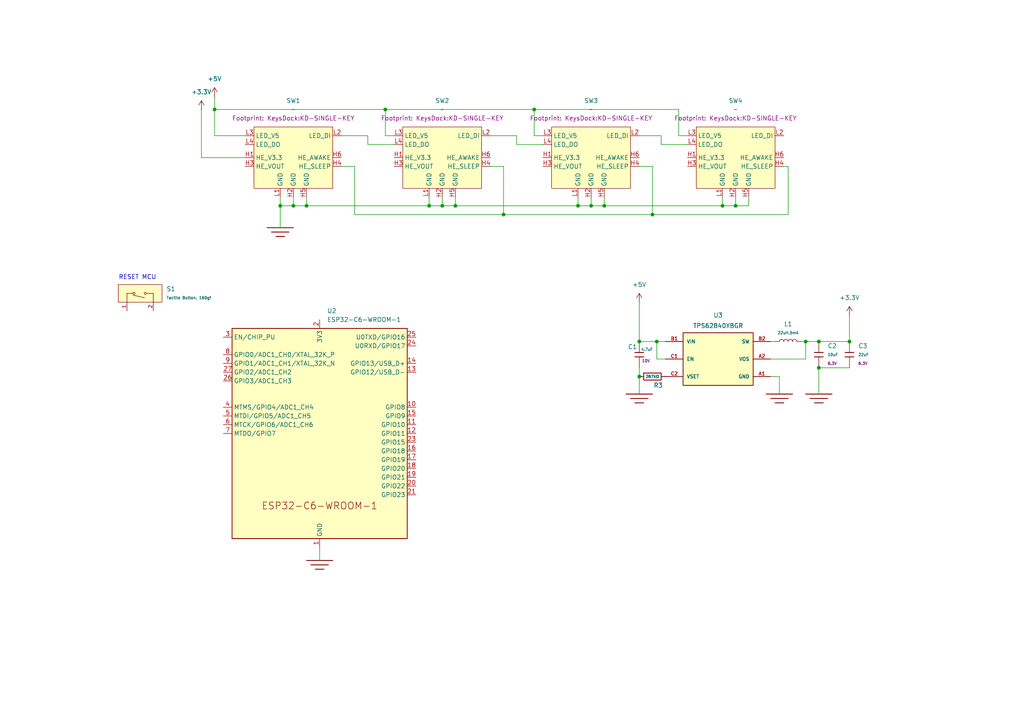
<source format=kicad_sch>
(kicad_sch (version 20250114) (generator "eeschema") (generator_version "9.0")
  (paper "A4")
  (title_block (title "Keys Dock Testpad") (date "2025-11-08") (rev "0.2.1") (company "keys.woooo.tech"))
  (lib_symbols
    (symbol "PCM_Generic:P,E" (power) (pin_numbers (hide yes)) (pin_names (offset 3.81))
      (symbol "P,E_1_1"
        (polyline (pts (xy -3.81 0) (xy 3.81 0)) (stroke (width 0.254)))
        (polyline (pts (xy -2.54 -1.27) (xy 2.54 -1.27)) (stroke (width 0.254)))
        (polyline (pts (xy -1.27 -2.54) (xy 1.27 -2.54)) (stroke (width 0.254)))
        (pin power_in line (at 0 0 0) (length 0) (hide yes) (name "E") (number "0"))
      )
    )
    (symbol "components:0402,10uF" (pin_numbers (hide yes)) (pin_names (offset 0))
      (property "Reference" "C" (at 2.032 1.668 0))
      (property "Value" "10uF" (at 2.032 -0.3782 0))
      (property "Voltage Rated" "6.3V" (at 2.032 -2.0462 0))
      (symbol "0402,10uF_0_1"
        (polyline (pts (xy -1.27 0.635) (xy 1.27 0.635)) (stroke (width 0.254)))
        (polyline (pts (xy -1.27 -0.635) (xy 1.27 -0.635)) (stroke (width 0.254)))
      )
      (symbol "0402,10uF_1_1"
        (pin passive line (at 0 3.81 270) (length 3.175) (name "~") (number "1"))
        (pin passive line (at 0 -3.81 90) (length 3.175) (name "~") (number "2"))
      )
    )
    (symbol "components:0402,267kΩ" (pin_numbers (hide yes)) (pin_names (offset 0))
      (property "Reference" "R" (at 1.778 0 0))
      (property "Value" "267kΩ" (at 0 0 90))
      (symbol "0402,267kΩ_0_1"
        (rectangle (start -1.016 2.54) (end 1.016 -2.54) (stroke (width 0.254)))
      )
      (symbol "0402,267kΩ_1_1"
        (pin passive line (at 0 3.81 270) (length 1.27) (name "~") (number "1"))
        (pin passive line (at 0 -3.81 90) (length 1.27) (name "~") (number "2"))
      )
    )
    (symbol "components:0402,4.7uF" (pin_numbers (hide yes)) (pin_names (offset 0))
      (property "Reference" "C" (at 2.032 1.668 0))
      (property "Value" "4.7uF" (at 2.032 -0.3782 0))
      (property "Voltage Rated" "10V" (at 2.032 -2.0462 0))
      (symbol "0402,4.7uF_0_1"
        (polyline (pts (xy -1.27 0.635) (xy 1.27 0.635)) (stroke (width 0.254)))
        (polyline (pts (xy -1.27 -0.635) (xy 1.27 -0.635)) (stroke (width 0.254)))
      )
      (symbol "0402,4.7uF_1_1"
        (pin passive line (at 0 3.81 270) (length 3.175) (name "~") (number "1"))
        (pin passive line (at 0 -3.81 90) (length 3.175) (name "~") (number "2"))
      )
    )
    (symbol "components:0603,22uF" (pin_numbers (hide yes)) (pin_names (offset 0))
      (property "Reference" "C" (at 2.032 1.668 0))
      (property "Value" "22uF" (at 2.032 -0.3782 0))
      (property "Voltage Rated" "6.3V" (at 2.032 -2.0462 0))
      (symbol "0603,22uF_0_1"
        (polyline (pts (xy -1.27 0.635) (xy 1.27 0.635)) (stroke (width 0.254)))
        (polyline (pts (xy -1.27 -0.635) (xy 1.27 -0.635)) (stroke (width 0.254)))
      )
      (symbol "0603,22uF_1_1"
        (pin passive line (at 0 3.81 270) (length 3.175) (name "~") (number "1"))
        (pin passive line (at 0 -3.81 90) (length 3.175) (name "~") (number "2"))
      )
    )
    (symbol "components:ESP32-C6-WROOM-1"
      (property "Reference" "U" (at -25.4 35.56 0))
      (property "Value" "ESP32-C6-WROOM-1" (at -25.4 33.02 0))
      (symbol "ESP32-C6-WROOM-1_0_0"
        (text "ESP32-C6-WROOM-1" (at 0 -20.955 0) (effects (font (size 2 2))))
      )
      (symbol "ESP32-C6-WROOM-1_0_1"
        (rectangle (start -25.4 30.48) (end 25.4 -30.48) (stroke (width 0.254)) (fill (type background)))
      )
      (symbol "ESP32-C6-WROOM-1_1_1"
        (pin input line (at -27.94 27.94 0) (length 2.54) (name "EN/CHIP_PU") (number "3"))
        (pin bidirectional line (at -27.94 22.86 0) (length 2.54) (name "GPIO0/ADC1_CH0/XTAL_32K_P") (number "8"))
        (pin bidirectional line (at -27.94 20.32 0) (length 2.54) (name "GPIO1/ADC1_CH1/XTAL_32K_N") (number "9"))
        (pin bidirectional line (at -27.94 17.78 0) (length 2.54) (name "GPIO2/ADC1_CH2") (number "27"))
        (pin bidirectional line (at -27.94 15.24 0) (length 2.54) (name "GPIO3/ADC1_CH3") (number "26"))
        (pin bidirectional line (at -27.94 7.62 0) (length 2.54) (name "MTMS/GPIO4/ADC1_CH4") (number "4"))
        (pin bidirectional line (at -27.94 5.08 0) (length 2.54) (name "MTDI/GPIO5/ADC1_CH5") (number "5"))
        (pin bidirectional line (at -27.94 2.54 0) (length 2.54) (name "MTCK/GPIO6/ADC1_CH6") (number "6"))
        (pin bidirectional line (at -27.94 0 0) (length 2.54) (name "MTDO/GPIO7") (number "7"))
        (pin no_connect line (at -25.4 -12.7 0) (length 2.54) (hide yes) (name "NC") (number "22"))
        (pin power_in line (at 0 33.02 270) (length 2.54) (name "3V3") (number "2"))
        (pin power_in line (at 0 -33.02 90) (length 2.54) (name "GND") (number "1"))
        (pin passive line (at 0 -33.02 90) (length 2.54) (hide yes) (name "GND") (number "28"))
        (pin passive line (at 0 -33.02 90) (length 2.54) (hide yes) (name "GND") (number "29"))
        (pin bidirectional line (at 27.94 27.94 180) (length 2.54) (name "U0TXD/GPIO16") (number "25"))
        (pin bidirectional line (at 27.94 25.4 180) (length 2.54) (name "U0RXD/GPIO17") (number "24"))
        (pin bidirectional line (at 27.94 20.32 180) (length 2.54) (name "GPIO13/USB_D+") (number "14"))
        (pin bidirectional line (at 27.94 17.78 180) (length 2.54) (name "GPIO12/USB_D-") (number "13"))
        (pin bidirectional line (at 27.94 7.62 180) (length 2.54) (name "GPIO8") (number "10"))
        (pin bidirectional line (at 27.94 5.08 180) (length 2.54) (name "GPIO9") (number "15"))
        (pin bidirectional line (at 27.94 2.54 180) (length 2.54) (name "GPIO10") (number "11"))
        (pin bidirectional line (at 27.94 0 180) (length 2.54) (name "GPIO11") (number "12"))
        (pin bidirectional line (at 27.94 -2.54 180) (length 2.54) (name "GPIO15") (number "23"))
        (pin bidirectional line (at 27.94 -5.08 180) (length 2.54) (name "GPIO18") (number "16"))
        (pin bidirectional line (at 27.94 -7.62 180) (length 2.54) (name "GPIO19") (number "17"))
        (pin bidirectional line (at 27.94 -10.16 180) (length 2.54) (name "GPIO20") (number "18"))
        (pin bidirectional line (at 27.94 -12.7 180) (length 2.54) (name "GPIO21") (number "19"))
        (pin bidirectional line (at 27.94 -15.24 180) (length 2.54) (name "GPIO22") (number "20"))
        (pin bidirectional line (at 27.94 -17.78 180) (length 2.54) (name "GPIO23") (number "21"))
      )
    )
    (symbol "components:FTC252012S2R2MBCA" (pin_numbers (hide yes)) (pin_names (offset 0))
      (property "Reference" "L" (at 1.2673 0.834 0))
      (property "Value" "22uH,5mA" (at 1.2673 -1.2122 0))
      (symbol "FTC252012S2R2MBCA_0_1"
        (arc (start 0 2.54) (mid 0.6323 1.905) (end 0 1.27))
        (arc (start 0 1.27) (mid 0.6323 0.635) (end 0 0))
        (arc (start 0 0) (mid 0.6323 -0.635) (end 0 -1.27))
        (arc (start 0 -1.27) (mid 0.6323 -1.905) (end 0 -2.54))
      )
      (symbol "FTC252012S2R2MBCA_1_1"
        (pin passive line (at 0 3.81 270) (length 1.27) (name "~") (number "1"))
        (pin passive line (at 0 -3.81 90) (length 1.27) (name "~") (number "2"))
      )
    )
    (symbol "components:KD_SINGLE_KEY"
      (property "Reference" "SW" (at 0 12.446 0))
      (property "Footprint" "KeysDock:KD-SINGLE-KEY" (at 1.27 10.414 0) (show_name))
      (symbol "KD_SINGLE_KEY_1_1"
        (rectangle (start -11.43 8.89) (end 11.43 -8.89) (fill (type background)))
        (pin power_in line (at -13.97 6.35 0) (length 2.54) (name "LED_V5") (number "L3"))
        (pin output line (at -13.97 3.81 0) (length 2.54) (name "LED_DO") (number "L4"))
        (pin power_in line (at -13.97 0 0) (length 2.54) (name "HE_V3.3") (number "H1"))
        (pin output line (at -13.97 -2.54 0) (length 2.54) (name "HE_VOUT") (number "H3"))
        (pin power_in line (at -3.81 -11.43 90) (length 2.54) (name "GND") (number "L1"))
        (pin power_in line (at 0 -11.43 90) (length 2.54) (name "GND") (number "H2"))
        (pin power_in line (at 3.81 -11.43 90) (length 2.54) (name "GND") (number "H5"))
        (pin input line (at 13.97 6.35 180) (length 2.54) (name "LED_DI") (number "L2"))
        (pin output line (at 13.97 0 180) (length 2.54) (name "HE_AWAKE") (number "H6"))
        (pin input line (at 13.97 -2.54 180) (length 2.54) (name "HE_SLEEP") (number "H4"))
      )
    )
    (symbol "components:TPS62840YBGR" (pin_names (offset 1.016))
      (property "Reference" "U" (at -10.16 8.382 0))
      (property "Value" "TPS62840YBGR" (at -10.16 -10.16 0))
      (symbol "TPS62840YBGR_0_0"
        (rectangle (start -10.16 -7.62) (end 10.16 7.62) (stroke (width 0.254)) (fill (type background)))
        (pin input line (at -15.24 5.08 0) (length 5.08) (name "VIN") (number "B1"))
        (pin input line (at -15.24 0 0) (length 5.08) (name "EN") (number "C1"))
        (pin input line (at -15.24 -5.08 0) (length 5.08) (name "VSET") (number "C2"))
        (pin passive line (at 15.24 5.08 180) (length 5.08) (name "SW") (number "B2"))
        (pin input line (at 15.24 0 180) (length 5.08) (name "VOS") (number "A2"))
        (pin power_in line (at 15.24 -5.08 180) (length 5.08) (name "GND") (number "A1"))
      )
    )
    (symbol "components:Tactile Button, 160gf, 12V, 50mA, 4.0mm" (pin_names (hide yes))
      (property "Reference" "S" (at 0 1.27 0))
      (property "Value" "Tactile Button, 160gf" (at 0 -8.89 0))
      (symbol "Tactile Button, 160gf, 12V, 50mA, 4.0mm_0_1"
        (polyline (pts (xy -2.54 2.54) (xy 0 2.54)))
        (polyline (pts (xy -2.54 -5.08) (xy 0 -5.08)))
        (polyline (pts (xy -0.508 0.762) (xy -1.27 -2.54)))
        (polyline (pts (xy 0 0.762) (xy 0 2.54)))
        (circle (center 0 0.508) (radius 0.3175) (fill (type background)))
        (circle (center 0 -2.794) (radius 0.3175) (fill (type background)))
        (polyline (pts (xy 0 -3.302) (xy 0 -5.08)))
        (pin unspecified line (at -5.08 2.54 0) (length 2.54) (name "A") (number "1"))
        (pin unspecified line (at -5.08 -5.08 0) (length 2.54) (name "B") (number "2"))
      )
      (symbol "Tactile Button, 160gf, 12V, 50mA, 4.0mm_1_1"
        (rectangle (start -2.54 5.08) (end 2.54 -7.62) (fill (type background)))
      )
    )
    (symbol "power:+3.3V" (power) (pin_numbers (hide yes)) (pin_names (offset 0) (hide yes))
      (property "Value" "+3.3V" (at 0 3.556 0))
      (symbol "+3.3V_0_1"
        (polyline (pts (xy -0.762 1.27) (xy 0 2.54)))
        (polyline (pts (xy 0 2.54) (xy 0.762 1.27)))
        (polyline (pts (xy 0 0) (xy 0 2.54)))
      )
      (symbol "+3.3V_1_1"
        (pin power_in line (at 0 0 90) (length 0) (name "~") (number "1"))
      )
    )
    (symbol "power:+5V" (power) (pin_numbers (hide yes)) (pin_names (offset 0) (hide yes))
      (property "Value" "+5V" (at 0 3.556 0))
      (symbol "+5V_0_1"
        (polyline (pts (xy -0.762 1.27) (xy 0 2.54)))
        (polyline (pts (xy 0 2.54) (xy 0.762 1.27)))
        (polyline (pts (xy 0 0) (xy 0 2.54)))
      )
      (symbol "+5V_1_1"
        (pin power_in line (at 0 0 90) (length 0) (name "~") (number "1"))
      )
    )
  )
  (text "RESET MCU\n" (at 39.878 80.518 0) (effects (font (size 1.27 1.27))))
  (junction (at 62.23 31.75))
  (junction (at 88.9 59.69))
  (junction (at 124.46 59.69))
  (junction (at 233.68 99.06))
  (junction (at 185.42 109.22))
  (junction (at 111.76 31.75))
  (junction (at 167.64 59.69))
  (junction (at 213.36 59.69))
  (junction (at 132.08 59.69))
  (junction (at 146.05 62.23))
  (junction (at 237.49 99.06))
  (junction (at 175.26 59.69))
  (junction (at 171.45 59.69))
  (junction (at 185.42 99.06))
  (junction (at 85.09 59.69))
  (junction (at 237.49 106.68))
  (junction (at 246.38 99.06))
  (junction (at 209.55 59.69))
  (junction (at 81.28 59.69))
  (junction (at 190.5 99.06))
  (junction (at 128.27 59.69))
  (junction (at 189.23 62.23))
  (junction (at 154.94 31.75))
  (wire (pts (xy 106.68 39.37) (xy 106.68 41.91)))
  (wire (pts (xy 149.86 41.91) (xy 157.48 41.91)))
  (wire (pts (xy 237.49 99.06) (xy 246.38 99.06)))
  (wire (pts (xy 132.08 59.69) (xy 167.64 59.69)))
  (wire (pts (xy 185.42 109.22) (xy 185.42 114.3)))
  (wire (pts (xy 190.5 99.06) (xy 193.04 99.06)))
  (wire (pts (xy 233.68 99.06) (xy 237.49 99.06)))
  (wire (pts (xy 62.23 39.37) (xy 71.12 39.37)))
  (wire (pts (xy 102.87 62.23) (xy 146.05 62.23)))
  (wire (pts (xy 223.52 104.14) (xy 233.68 104.14)))
  (wire (pts (xy 81.28 59.69) (xy 85.09 59.69)))
  (wire (pts (xy 85.09 59.69) (xy 88.9 59.69)))
  (wire (pts (xy 154.94 31.75) (xy 111.76 31.75)))
  (wire (pts (xy 175.26 57.15) (xy 175.26 59.69)))
  (wire (pts (xy 209.55 57.15) (xy 209.55 59.69)))
  (wire (pts (xy 191.77 41.91) (xy 199.39 41.91)))
  (wire (pts (xy 167.64 57.15) (xy 167.64 59.69)))
  (wire (pts (xy 132.08 57.15) (xy 132.08 59.69)))
  (wire (pts (xy 213.36 59.69) (xy 217.17 59.69)))
  (wire (pts (xy 193.04 104.14) (xy 190.5 104.14)))
  (wire (pts (xy 85.09 57.15) (xy 85.09 59.69)))
  (wire (pts (xy 146.05 62.23) (xy 189.23 62.23)))
  (wire (pts (xy 246.38 106.68) (xy 237.49 106.68)))
  (wire (pts (xy 223.52 99.06) (xy 224.79 99.06)))
  (wire (pts (xy 233.68 104.14) (xy 233.68 99.06)))
  (wire (pts (xy 246.38 91.44) (xy 246.38 99.06)))
  (wire (pts (xy 175.26 59.69) (xy 209.55 59.69)))
  (wire (pts (xy 88.9 59.69) (xy 124.46 59.69)))
  (wire (pts (xy 124.46 59.69) (xy 128.27 59.69)))
  (wire (pts (xy 185.42 106.68) (xy 185.42 109.22)))
  (wire (pts (xy 62.23 27.94) (xy 62.23 31.75)))
  (wire (pts (xy 58.42 31.75) (xy 58.42 45.72)))
  (wire (pts (xy 58.42 45.72) (xy 71.12 45.72)))
  (wire (pts (xy 228.6 48.26) (xy 228.6 62.23)))
  (wire (pts (xy 217.17 59.69) (xy 217.17 57.15)))
  (wire (pts (xy 92.71 158.75) (xy 92.71 162.56)))
  (wire (pts (xy 62.23 31.75) (xy 62.23 39.37)))
  (wire (pts (xy 81.28 59.69) (xy 81.28 66.04)))
  (wire (pts (xy 111.76 39.37) (xy 111.76 31.75)))
  (wire (pts (xy 106.68 41.91) (xy 114.3 41.91)))
  (wire (pts (xy 227.33 48.26) (xy 228.6 48.26)))
  (wire (pts (xy 226.06 109.22) (xy 226.06 114.3)))
  (wire (pts (xy 167.64 59.69) (xy 171.45 59.69)))
  (wire (pts (xy 157.48 39.37) (xy 154.94 39.37)))
  (wire (pts (xy 99.06 39.37) (xy 106.68 39.37)))
  (wire (pts (xy 99.06 48.26) (xy 102.87 48.26)))
  (wire (pts (xy 124.46 57.15) (xy 124.46 59.69)))
  (wire (pts (xy 128.27 57.15) (xy 128.27 59.69)))
  (wire (pts (xy 171.45 59.69) (xy 175.26 59.69)))
  (wire (pts (xy 237.49 106.68) (xy 237.49 114.3)))
  (wire (pts (xy 189.23 62.23) (xy 228.6 62.23)))
  (wire (pts (xy 142.24 48.26) (xy 146.05 48.26)))
  (wire (pts (xy 146.05 48.26) (xy 146.05 62.23)))
  (wire (pts (xy 149.86 39.37) (xy 149.86 41.91)))
  (wire (pts (xy 154.94 31.75) (xy 196.85 31.75)))
  (wire (pts (xy 142.24 39.37) (xy 149.86 39.37)))
  (wire (pts (xy 185.42 99.06) (xy 190.5 99.06)))
  (wire (pts (xy 196.85 39.37) (xy 196.85 31.75)))
  (wire (pts (xy 102.87 48.26) (xy 102.87 62.23)))
  (wire (pts (xy 209.55 59.69) (xy 213.36 59.69)))
  (wire (pts (xy 111.76 31.75) (xy 62.23 31.75)))
  (wire (pts (xy 191.77 39.37) (xy 191.77 41.91)))
  (wire (pts (xy 171.45 57.15) (xy 171.45 59.69)))
  (wire (pts (xy 114.3 39.37) (xy 111.76 39.37)))
  (wire (pts (xy 226.06 109.22) (xy 223.52 109.22)))
  (wire (pts (xy 232.41 99.06) (xy 233.68 99.06)))
  (wire (pts (xy 81.28 57.15) (xy 81.28 59.69)))
  (wire (pts (xy 128.27 59.69) (xy 132.08 59.69)))
  (wire (pts (xy 213.36 57.15) (xy 213.36 59.69)))
  (wire (pts (xy 185.42 48.26) (xy 189.23 48.26)))
  (wire (pts (xy 185.42 87.63) (xy 185.42 99.06)))
  (wire (pts (xy 185.42 39.37) (xy 191.77 39.37)))
  (wire (pts (xy 154.94 39.37) (xy 154.94 31.75)))
  (wire (pts (xy 190.5 104.14) (xy 190.5 99.06)))
  (wire (pts (xy 88.9 57.15) (xy 88.9 59.69)))
  (wire (pts (xy 199.39 39.37) (xy 196.85 39.37)))
  (wire (pts (xy 189.23 48.26) (xy 189.23 62.23)))
  (symbol (lib_id "components:KD_SINGLE_KEY") (at 85.09 45.72 0) (unit 1)
    (property "Reference" "SW1" (at 85.09 29.21 0))
    (property "Value" "~" (at 85.09 31.75 0))
    (property "Footprint" "KeysDock:KD-SINGLE-KEY" (at 85.09 34.29 0) (show_name yes))
  )
  (symbol (lib_id "components:KD_SINGLE_KEY") (at 128.27 45.72 0) (unit 1)
    (property "Reference" "SW2" (at 128.27 29.21 0))
    (property "Value" "~" (at 128.27 31.75 0))
    (property "Footprint" "KeysDock:KD-SINGLE-KEY" (at 128.27 34.29 0) (show_name yes))
  )
  (symbol (lib_id "components:ESP32-C6-WROOM-1") (at 92.71 125.73 0) (unit 1)
    (property "Reference" "U2" (at 94.8533 90.17 0) (effects (justify left)))
    (property "Value" "ESP32-C6-WROOM-1" (at 94.8533 92.71 0) (effects (justify left)))
    (property "Footprint" "PCM_Espressif:ESP32-C6-WROOM-1" (effects (hide yes)))
    (property "Datasheet" "https://www.espressif.com/sites/default/files/documentation/esp32-c6-wroom-1_wroom-1u_datasheet_en.pdf" (effects (hide yes)))
    (property "Description" "ESP32-C6-WROOM-1/U is a module that supports 2.4 GHz Wi-Fi 6 (802.11 ax), Bluetooth® 5 (LE), Zigbee and Thread (802.15.4)" (effects (hide yes)))
  )
  (symbol (lib_id "PCM_Generic:P,E") (at 237.49 114.3 0) (unit 1)
    (property "Reference" "#PWR06" (effects (hide yes)))
    (property "Value" "GND" (effects (hide yes)))
    (property "Description" "earth/ground/earthing/grounding (E)" (effects (hide yes)))
  )
  (symbol (lib_id "PCM_Generic:P,E") (at 185.42 114.3 0) (unit 1)
    (property "Reference" "#PWR07" (effects (hide yes)))
    (property "Value" "GND" (effects (hide yes)))
    (property "Description" "earth/ground/earthing/grounding (E)" (effects (hide yes)))
  )
  (symbol (lib_id "power:+3.3V") (at 246.38 91.44 0) (unit 1)
    (property "Reference" "#PWR05" (effects (hide yes)))
    (property "Value" "+3.3V" (at 246.38 86.36 0))
    (property "Description" "Power symbol creates a global label with name \"+3.3V\"" (effects (hide yes)))
  )
  (symbol (lib_id "PCM_Generic:P,E") (at 92.71 162.56 0) (unit 1)
    (property "Reference" "#PWR04" (effects (hide yes)))
    (property "Value" "GND" (effects (hide yes)))
    (property "Description" "earth/ground/earthing/grounding (E)" (effects (hide yes)))
  )
  (symbol (lib_id "components:KD_SINGLE_KEY") (at 171.45 45.72 0) (unit 1)
    (property "Reference" "SW3" (at 171.45 29.21 0))
    (property "Value" "~" (at 171.45 31.75 0))
    (property "Footprint" "KeysDock:KD-SINGLE-KEY" (at 171.45 34.29 0) (show_name yes))
  )
  (symbol (lib_id "components:FTC252012S2R2MBCA") (at 228.6 99.06 90) (unit 1)
    (property "Reference" "L1" (at 228.6 93.98 90))
    (property "Value" "22uH,5mA" (at 228.6 96.52 90) (effects (font (size 0.8 0.8))))
    (property "Footprint" "KeysDock:IND-SMD_L2.5-W2.0_MHCHL2520" (effects (hide yes)))
    (property "Datasheet" "https://item.szlcsc.com/datasheet/FTC252012S2R2MBCA/6763492.html" (effects (hide yes)))
    (property "Description" "3A 2.2uH ±20% 3.8A 55mΩ 1008 Fixed Inductors RoHS" (effects (hide yes)))
    (property "LCSC" "C5832372" (effects (hide yes)))
    (property "Stock" "515880" (effects (hide yes)))
    (property "Price" "0.0806USD" (effects (hide yes)))
    (property "Process" "SMT" (effects (hide yes)))
    (property "Minimum Qty" "20" (effects (hide yes)))
    (property "Attrition Qty" "8" (effects (hide yes)))
    (property "Class" "Preferred Component" (effects (hide yes)))
    (property "Category" "Inductors/Coils/Transformers,Inductors (SMD)" (effects (hide yes)))
    (property "Manufacturer" "cjiang" (effects (hide yes)))
    (property "Part" "FTC252012S2R2MBCA" (effects (hide yes)))
    (property "Inductance" "22uH" (effects (hide yes)))
    (property "Tolerance" "±20%" (effects (hide yes)))
    (property "Rated Current" "3.8A" (effects (hide yes)))
    (property "DC Resistance (DCR)" "55mΩ" (effects (hide yes)))
  )
  (symbol (lib_id "PCM_Generic:P,E") (at 81.28 66.04 0) (unit 1)
    (property "Reference" "#PWR08" (effects (hide yes)))
    (property "Value" "GND" (effects (hide yes)))
    (property "Description" "earth/ground/earthing/grounding (E)" (effects (hide yes)))
  )
  (symbol (lib_id "components:0402,267kΩ") (at 189.23 109.22 90) (unit 1)
    (property "Reference" "R3" (at 192.278 111.76 90) (effects (justify left)))
    (property "Value" "267kΩ" (at 189.23 109.22 90) (effects (font (size 0.8 0.8))))
    (property "Footprint" "KeysDock:R_0402" (effects (hide yes)))
    (property "Datasheet" "https://item.szlcsc.com/datasheet/FRC0402F2673TS/3471408.html" (effects (hide yes)))
    (property "Description" "62.5mW 267kΩ 50V ±100ppm/℃ Thick Film Resistor ±1% 0402 Chip Resistor - Surface Mount RoHS" (effects (hide yes)))
    (property "LCSC" "C2998050" (effects (hide yes)))
    (property "Stock" "31700" (effects (hide yes)))
    (property "Price" "0.05USD" (effects (hide yes)))
    (property "Process" "SMT" (effects (hide yes)))
    (property "Minimum Qty" "20" (effects (hide yes)))
    (property "Attrition Qty" "10" (effects (hide yes)))
    (property "Class" "Basic Component" (effects (hide yes)))
    (property "Category" "Resistors,Chip Resistor - Surface Mount" (effects (hide yes)))
    (property "Manufacturer" "FOJAN" (effects (hide yes)))
    (property "Part" "FRC0402F2673TS" (effects (hide yes)))
    (property "Resistance" "267kΩ" (effects (hide yes)))
    (property "Power(Watts)" "62.5mW" (effects (hide yes)))
    (property "Type" "Thick Film Resistors" (effects (hide yes)))
    (property "Overload Voltage (Max)" "50V" (effects (hide yes)))
    (property "Operating Temperature Range" "-55°C~+155°C" (effects (hide yes)))
    (property "Tolerance" "±1%" (effects (hide yes)))
    (property "Temperature Coefficient" "±100ppm/°C" (effects (hide yes)))
  )
  (symbol (lib_id "components:TPS62840YBGR") (at 208.28 104.14 0) (unit 1)
    (property "Reference" "U3" (at 208.28 91.44 0))
    (property "Value" "TPS62840YBGR" (at 208.28 94.488 0))
    (property "Footprint" "KeysDock:BGA6N40P3X2_146X96X50N" (effects (hide yes)))
    (property "Datasheet" "https://www.ti.com/lit/ds/symlink/tps62843.pdf" (effects (hide yes)))
    (property "Description" "600mA Step-Down Converter with DCS-Control, ultra-low Iq, 1.8-5.5 Vin, 0.4-0.8 Vout, SOT-563" (effects (hide yes)))
    (property "B_NOM" "0.25" (effects (hide yes)))
    (property "PIN_COUNT_D" "3.0" (effects (hide yes)))
    (property "Check_prices" "https://www.snapeda.com/parts/TPS62840YBGR/Texas+Instruments/view-part/?ref=eda" (effects (hide yes)))
    (property "Description_1" "60-nA quiescent current (IQ), 1.8-V to 6.5-VIN, high-efficiency 750-mA step-down converter" (effects (hide yes)))
    (property "Price" "None" (effects (hide yes)))
    (property "ENOM" "0.4" (effects (hide yes)))
    (property "COURTYARD_EXCESS" "1.0" (effects (hide yes)))
    (property "D_NOM" "1.468" (effects (hide yes)))
    (property "D_MAX" "1.468" (effects (hide yes)))
    (property "A_MAX" "0.5" (effects (hide yes)))
    (property "ALPHA_ROWS" "True" (effects (hide yes)))
    (property "Package" "None" (effects (hide yes)))
    (property "A_NOM" "0.5" (effects (hide yes)))
    (property "A_MIN" "0.5" (effects (hide yes)))
    (property "STANDARD" "IPC 7351B" (effects (hide yes)))
    (property "PARTREV" "D" (effects (hide yes)))
    (property "DNOM" "0.4" (effects (hide yes)))
    (property "SnapEDA_Link" "https://www.snapeda.com/parts/TPS62840YBGR/Texas+Instruments/view-part/?ref=snap" (effects (hide yes)))
    (property "E_NOM" "0.968" (effects (hide yes)))
    (property "MANUFACTURER" "Texas Instruments" (effects (hide yes)))
    (property "MF" "Texas Instruments" (effects (hide yes)))
    (property "COLLAPSING_BALL" "False" (effects (hide yes)))
    (property "PIN_COUNT_E" "2.0" (effects (hide yes)))
    (property "E_MIN" "0.968" (effects (hide yes)))
    (property "D_MIN" "1.468" (effects (hide yes)))
    (property "MP" "TPS62840YBGR" (effects (hide yes)))
    (property "Availability" "In Stock" (effects (hide yes)))
    (property "E_MAX" "0.968" (effects (hide yes)))
  )
  (symbol (lib_id "components:KD_SINGLE_KEY") (at 213.36 45.72 0) (unit 1)
    (property "Reference" "SW4" (at 213.36 29.21 0))
    (property "Value" "~" (at 213.36 31.75 0))
    (property "Footprint" "KeysDock:KD-SINGLE-KEY" (at 213.36 34.29 0) (show_name yes))
  )
  (symbol (lib_id "components:0402,4.7uF") (at 185.42 102.87 0) (unit 1)
    (property "Reference" "C1" (at 182.118 100.584 0) (effects (justify left)))
    (property "Value" "4.7uF" (at 185.928 101.346 0) (effects (font (size 0.8 0.8)) (justify left)))
    (property "Footprint" "KeysDock:C_0402" (effects (hide yes)))
    (property "Datasheet" "https://www.lcsc.com/datasheet/lcsc_datasheet_2304140030_Samsung-Electro-Mechanics-CL05A475MP5NRNC_C23733.pdf" (effects (hide yes)))
    (property "Description" "10V 4.7uF X5R ±20% 0402 Multilayer Ceramic Capacitors MLCC - SMD/SMT ROHS" (effects (hide yes)))
    (property "LCSC" "C23733" (effects (hide yes)))
    (property "Stock" "4366811" (effects (hide yes)))
    (property "Price" "0.008USD" (effects (hide yes)))
    (property "Process" "SMT" (effects (hide yes)))
    (property "Minimum Qty" "20" (effects (hide yes)))
    (property "Attrition Qty" "10" (effects (hide yes)))
    (property "Class" "Basic Component" (effects (hide yes)))
    (property "Category" "Capacitors,Multilayer Ceramic Capacitors MLCC - SMD/SMT" (effects (hide yes)))
    (property "Manufacturer" "Samsung Electro-Mechanics" (effects (hide yes)))
    (property "Part" "CL05A475MP5NRNC" (effects (hide yes)))
    (property "Voltage Rated" "10V" (at 186.182 104.648 0) (effects (font (size 0.8 0.8)) (justify left)))
    (property "Tolerance" "±20%" (effects (hide yes)))
    (property "Capacitance" "4.7uF" (effects (hide yes)))
    (property "Temperature Coefficient" "X5R" (effects (hide yes)))
  )
  (symbol (lib_id "power:+5V") (at 62.23 27.94 0) (unit 1)
    (property "Reference" "#PWR01" (effects (hide yes)))
    (property "Value" "+5V" (at 62.23 22.86 0))
    (property "Description" "Power symbol creates a global label with name \"+5V\"" (effects (hide yes)))
  )
  (symbol (lib_id "components:0402,10uF") (at 237.49 102.87 0) (unit 1)
    (property "Reference" "C2" (at 240.03 100.3299 0) (effects (justify left)))
    (property "Value" "10uF" (at 240.03 102.87 0) (effects (font (size 0.8 0.8)) (justify left)))
    (property "Footprint" "KeysDock:C_0402" (effects (hide yes)))
    (property "Datasheet" "https://www.lcsc.com/datasheet/lcsc_datasheet_2208231630_Samsung-Electro-Mechanics-CL05A106MQ5NUNC_C15525.pdf" (effects (hide yes)))
    (property "Description" "6.3V 10uF X5R ±20% 0402 Multilayer Ceramic Capacitors MLCC - SMD/SMT ROHS" (effects (hide yes)))
    (property "LCSC" "C15525" (effects (hide yes)))
    (property "Stock" "3940889" (effects (hide yes)))
    (property "Price" "0.009USD" (effects (hide yes)))
    (property "Process" "SMT" (effects (hide yes)))
    (property "Minimum Qty" "20" (effects (hide yes)))
    (property "Attrition Qty" "10" (effects (hide yes)))
    (property "Class" "Basic Component" (effects (hide yes)))
    (property "Category" "Capacitors,Multilayer Ceramic Capacitors MLCC - SMD/SMT" (effects (hide yes)))
    (property "Manufacturer" "Samsung Electro-Mechanics" (effects (hide yes)))
    (property "Part" "CL05A106MQ5NUNC" (effects (hide yes)))
    (property "Voltage Rated" "6.3V" (at 240.03 105.41 0) (effects (font (size 0.8 0.8)) (justify left)))
    (property "Tolerance" "±20%" (effects (hide yes)))
    (property "Capacitance" "10uF" (effects (hide yes)))
    (property "Temperature Coefficient" "X5R" (effects (hide yes)))
  )
  (symbol (lib_id "components:0603,22uF") (at 246.38 102.87 0) (unit 1)
    (property "Reference" "C3" (at 248.92 100.3299 0) (effects (justify left)))
    (property "Value" "22uF" (at 248.92 102.87 0) (effects (font (size 0.8 0.8)) (justify left)))
    (property "Footprint" "KeysDock:C_0603" (effects (hide yes)))
    (property "Datasheet" "https://www.lcsc.com/datasheet/lcsc_datasheet_2304140030_Samsung-Electro-Mechanics-CL10A226MQ8NRNC_C59461.pdf" (effects (hide yes)))
    (property "Description" "6.3V 22uF X5R ±20% 0603 Multilayer Ceramic Capacitors MLCC - SMD/SMT ROHS" (effects (hide yes)))
    (property "LCSC" "C59461" (effects (hide yes)))
    (property "Stock" "5081183" (effects (hide yes)))
    (property "Price" "0.012USD" (effects (hide yes)))
    (property "Process" "SMT" (effects (hide yes)))
    (property "Minimum Qty" "20" (effects (hide yes)))
    (property "Attrition Qty" "10" (effects (hide yes)))
    (property "Class" "Basic Component" (effects (hide yes)))
    (property "Category" "Capacitors,Multilayer Ceramic Capacitors MLCC - SMD/SMT" (effects (hide yes)))
    (property "Manufacturer" "Samsung Electro-Mechanics" (effects (hide yes)))
    (property "Part" "CL10A226MQ8NRNC" (effects (hide yes)))
    (property "Voltage Rated" "6.3V" (at 248.92 105.41 0) (effects (font (size 0.8 0.8)) (justify left)))
    (property "Tolerance" "±20%" (effects (hide yes)))
    (property "Capacitance" "22uF" (effects (hide yes)))
    (property "Temperature Coefficient" "X5R" (effects (hide yes)))
  )
  (symbol (lib_id "PCM_Generic:P,E") (at 226.06 114.3 0) (unit 1)
    (property "Reference" "#PWR09" (effects (hide yes)))
    (property "Value" "GND" (effects (hide yes)))
    (property "Description" "earth/ground/earthing/grounding (E)" (effects (hide yes)))
  )
  (symbol (lib_id "components:Tactile Button, 160gf, 12V, 50mA, 4.0mm") (at 39.37 85.09 90) (unit 1)
    (property "Reference" "S1" (at 48.26 83.8199 90) (effects (justify right)))
    (property "Value" "Tactile Button, 160gf" (at 48.26 86.36 90) (effects (font (size 0.8 0.8)) (justify right)))
    (property "Footprint" "KeysDock:SW_TS-1088-AR02016" (effects (hide yes)))
    (property "Datasheet" "https://www.lcsc.com/datasheet/lcsc_datasheet_2304140030_XUNPU-TS-1088-AR02016_C720477.pdf" (effects (hide yes)))
    (property "Description" "Without 50mA 4mm 100MΩ 100000 Times 12V 160gf 3mm 2mm Round Button Standing paste SPST SMD Tactile Switches ROHS" (effects (hide yes)))
    (property "LCSC" "C720477" (effects (hide yes)))
    (property "Stock" "346801" (effects (hide yes)))
    (property "Price" "0.044USD" (effects (hide yes)))
    (property "Process" "SMT" (effects (hide yes)))
    (property "Minimum Qty" "5" (effects (hide yes)))
    (property "Attrition Qty" "4" (effects (hide yes)))
    (property "Class" "Basic Component" (effects (hide yes)))
    (property "Category" "Switches,Tactile Switches" (effects (hide yes)))
    (property "Manufacturer" "XUNPU" (effects (hide yes)))
    (property "Part" "TS-1088-AR02016" (effects (hide yes)))
    (property "Switch Length" "4mm" (effects (hide yes)))
    (property "Voltage Rating (Dc)" "12V" (effects (hide yes)))
    (property "With Lamp" "No" (effects (hide yes)))
    (property "Operating Force" "160gf@±50gf" (effects (hide yes)))
    (property "Actuator/Cap Color" "Black" (effects (hide yes)))
    (property "Mechanical Life" "100000 Times" (effects (hide yes)))
    (property "Strike Gundam" "NO" (effects (hide yes)))
    (property "Circuit" "SPST" (effects (hide yes)))
    (property "Switch Height" "2mm" (effects (hide yes)))
    (property "Actuator Style" "Round Button" (effects (hide yes)))
    (property "Switch Width" "3mm" (effects (hide yes)))
    (property "Contact Current" "50mA" (effects (hide yes)))
    (property "Operating Temperature" "-30°C~+80°C" (effects (hide yes)))
    (property "Mounting Style" "Brick nogging" (effects (hide yes)))
    (property "Insulation Resistance" "100MΩ" (effects (hide yes)))
    (property "Pin Style" "SMDSplicing" (effects (hide yes)))
  )
  (symbol (lib_id "power:+5V") (at 185.42 87.63 0) (unit 1)
    (property "Reference" "#PWR03" (effects (hide yes)))
    (property "Value" "+5V" (at 185.42 82.55 0))
    (property "Description" "Power symbol creates a global label with name \"+5V\"" (effects (hide yes)))
  )
  (symbol (lib_id "power:+3.3V") (at 58.42 31.75 0) (unit 1)
    (property "Reference" "#PWR02" (effects (hide yes)))
    (property "Value" "+3.3V" (at 58.42 26.67 0))
    (property "Description" "Power symbol creates a global label with name \"+3.3V\"" (effects (hide yes)))
  )
)
</source>
